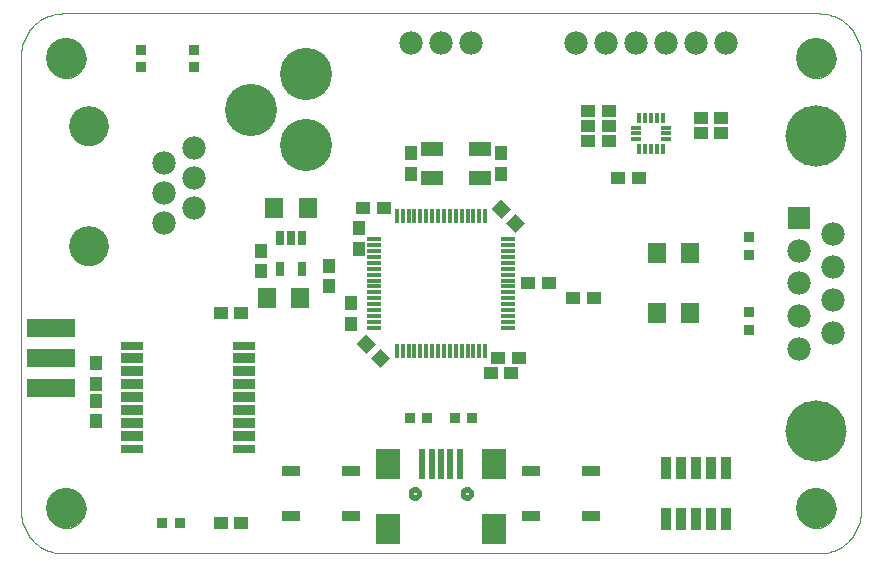
<source format=gts>
G75*
G70*
%OFA0B0*%
%FSLAX24Y24*%
%IPPOS*%
%LPD*%
%AMOC8*
5,1,8,0,0,1.08239X$1,22.5*
%
%ADD10C,0.0000*%
%ADD11R,0.0749X0.0355*%
%ADD12R,0.0749X0.0316*%
%ADD13R,0.0158X0.0512*%
%ADD14R,0.0512X0.0158*%
%ADD15R,0.0355X0.0158*%
%ADD16R,0.0158X0.0355*%
%ADD17R,0.0473X0.0434*%
%ADD18C,0.0780*%
%ADD19R,0.0591X0.0670*%
%ADD20R,0.0355X0.0355*%
%ADD21R,0.0257X0.0512*%
%ADD22R,0.0434X0.0473*%
%ADD23R,0.0640X0.0340*%
%ADD24R,0.1640X0.0640*%
%ADD25C,0.1340*%
%ADD26R,0.0780X0.0780*%
%ADD27C,0.2040*%
%ADD28R,0.0750X0.0510*%
%ADD29R,0.0330X0.0770*%
%ADD30C,0.1740*%
%ADD31C,0.1320*%
%ADD32C,0.0161*%
%ADD33R,0.0237X0.1024*%
%ADD34R,0.0827X0.1024*%
D10*
X002504Y000463D02*
X027676Y000463D01*
X027750Y000465D01*
X027824Y000471D01*
X027897Y000480D01*
X027970Y000494D01*
X028042Y000511D01*
X028113Y000532D01*
X028183Y000557D01*
X028251Y000585D01*
X028318Y000617D01*
X028383Y000652D01*
X028446Y000691D01*
X028507Y000733D01*
X028566Y000778D01*
X028622Y000826D01*
X028676Y000877D01*
X028727Y000931D01*
X028775Y000987D01*
X028820Y001046D01*
X028862Y001107D01*
X028901Y001170D01*
X028936Y001235D01*
X028968Y001302D01*
X028996Y001370D01*
X029021Y001440D01*
X029042Y001511D01*
X029059Y001583D01*
X029073Y001656D01*
X029082Y001729D01*
X029088Y001803D01*
X029090Y001877D01*
X029090Y017049D01*
X029088Y017123D01*
X029082Y017197D01*
X029073Y017270D01*
X029059Y017343D01*
X029042Y017415D01*
X029021Y017486D01*
X028996Y017556D01*
X028968Y017624D01*
X028936Y017691D01*
X028901Y017756D01*
X028862Y017819D01*
X028820Y017880D01*
X028775Y017939D01*
X028727Y017995D01*
X028676Y018049D01*
X028622Y018100D01*
X028566Y018148D01*
X028507Y018193D01*
X028446Y018235D01*
X028383Y018274D01*
X028318Y018309D01*
X028251Y018341D01*
X028183Y018369D01*
X028113Y018394D01*
X028042Y018415D01*
X027970Y018432D01*
X027897Y018446D01*
X027824Y018455D01*
X027750Y018461D01*
X027676Y018463D01*
X002504Y018463D01*
X002430Y018461D01*
X002356Y018455D01*
X002283Y018446D01*
X002210Y018432D01*
X002138Y018415D01*
X002067Y018394D01*
X001997Y018369D01*
X001929Y018341D01*
X001862Y018309D01*
X001797Y018274D01*
X001734Y018235D01*
X001673Y018193D01*
X001614Y018148D01*
X001558Y018100D01*
X001504Y018049D01*
X001453Y017995D01*
X001405Y017939D01*
X001360Y017880D01*
X001318Y017819D01*
X001279Y017756D01*
X001244Y017691D01*
X001212Y017624D01*
X001184Y017556D01*
X001159Y017486D01*
X001138Y017415D01*
X001121Y017343D01*
X001107Y017270D01*
X001098Y017197D01*
X001092Y017123D01*
X001090Y017049D01*
X001090Y001877D01*
X001092Y001803D01*
X001098Y001729D01*
X001107Y001656D01*
X001121Y001583D01*
X001138Y001511D01*
X001159Y001440D01*
X001184Y001370D01*
X001212Y001302D01*
X001244Y001235D01*
X001279Y001170D01*
X001318Y001107D01*
X001360Y001046D01*
X001405Y000987D01*
X001453Y000931D01*
X001504Y000877D01*
X001558Y000826D01*
X001614Y000778D01*
X001673Y000733D01*
X001734Y000691D01*
X001797Y000652D01*
X001862Y000617D01*
X001929Y000585D01*
X001997Y000557D01*
X002067Y000532D01*
X002138Y000511D01*
X002210Y000494D01*
X002283Y000480D01*
X002356Y000471D01*
X002430Y000465D01*
X002504Y000463D01*
X001940Y001963D02*
X001942Y002013D01*
X001948Y002063D01*
X001958Y002113D01*
X001971Y002161D01*
X001988Y002209D01*
X002009Y002255D01*
X002033Y002299D01*
X002061Y002341D01*
X002092Y002381D01*
X002126Y002418D01*
X002163Y002453D01*
X002202Y002484D01*
X002243Y002513D01*
X002287Y002538D01*
X002333Y002560D01*
X002380Y002578D01*
X002428Y002592D01*
X002477Y002603D01*
X002527Y002610D01*
X002577Y002613D01*
X002628Y002612D01*
X002678Y002607D01*
X002728Y002598D01*
X002776Y002586D01*
X002824Y002569D01*
X002870Y002549D01*
X002915Y002526D01*
X002958Y002499D01*
X002998Y002469D01*
X003036Y002436D01*
X003071Y002400D01*
X003104Y002361D01*
X003133Y002320D01*
X003159Y002277D01*
X003182Y002232D01*
X003201Y002185D01*
X003216Y002137D01*
X003228Y002088D01*
X003236Y002038D01*
X003240Y001988D01*
X003240Y001938D01*
X003236Y001888D01*
X003228Y001838D01*
X003216Y001789D01*
X003201Y001741D01*
X003182Y001694D01*
X003159Y001649D01*
X003133Y001606D01*
X003104Y001565D01*
X003071Y001526D01*
X003036Y001490D01*
X002998Y001457D01*
X002958Y001427D01*
X002915Y001400D01*
X002870Y001377D01*
X002824Y001357D01*
X002776Y001340D01*
X002728Y001328D01*
X002678Y001319D01*
X002628Y001314D01*
X002577Y001313D01*
X002527Y001316D01*
X002477Y001323D01*
X002428Y001334D01*
X002380Y001348D01*
X002333Y001366D01*
X002287Y001388D01*
X002243Y001413D01*
X002202Y001442D01*
X002163Y001473D01*
X002126Y001508D01*
X002092Y001545D01*
X002061Y001585D01*
X002033Y001627D01*
X002009Y001671D01*
X001988Y001717D01*
X001971Y001765D01*
X001958Y001813D01*
X001948Y001863D01*
X001942Y001913D01*
X001940Y001963D01*
X002700Y010713D02*
X002702Y010763D01*
X002708Y010813D01*
X002718Y010862D01*
X002731Y010911D01*
X002749Y010958D01*
X002770Y011004D01*
X002794Y011047D01*
X002822Y011089D01*
X002853Y011129D01*
X002887Y011166D01*
X002924Y011200D01*
X002964Y011231D01*
X003006Y011259D01*
X003049Y011283D01*
X003095Y011304D01*
X003142Y011322D01*
X003191Y011335D01*
X003240Y011345D01*
X003290Y011351D01*
X003340Y011353D01*
X003390Y011351D01*
X003440Y011345D01*
X003489Y011335D01*
X003538Y011322D01*
X003585Y011304D01*
X003631Y011283D01*
X003674Y011259D01*
X003716Y011231D01*
X003756Y011200D01*
X003793Y011166D01*
X003827Y011129D01*
X003858Y011089D01*
X003886Y011047D01*
X003910Y011004D01*
X003931Y010958D01*
X003949Y010911D01*
X003962Y010862D01*
X003972Y010813D01*
X003978Y010763D01*
X003980Y010713D01*
X003978Y010663D01*
X003972Y010613D01*
X003962Y010564D01*
X003949Y010515D01*
X003931Y010468D01*
X003910Y010422D01*
X003886Y010379D01*
X003858Y010337D01*
X003827Y010297D01*
X003793Y010260D01*
X003756Y010226D01*
X003716Y010195D01*
X003674Y010167D01*
X003631Y010143D01*
X003585Y010122D01*
X003538Y010104D01*
X003489Y010091D01*
X003440Y010081D01*
X003390Y010075D01*
X003340Y010073D01*
X003290Y010075D01*
X003240Y010081D01*
X003191Y010091D01*
X003142Y010104D01*
X003095Y010122D01*
X003049Y010143D01*
X003006Y010167D01*
X002964Y010195D01*
X002924Y010226D01*
X002887Y010260D01*
X002853Y010297D01*
X002822Y010337D01*
X002794Y010379D01*
X002770Y010422D01*
X002749Y010468D01*
X002731Y010515D01*
X002718Y010564D01*
X002708Y010613D01*
X002702Y010663D01*
X002700Y010713D01*
X002700Y014713D02*
X002702Y014763D01*
X002708Y014813D01*
X002718Y014862D01*
X002731Y014911D01*
X002749Y014958D01*
X002770Y015004D01*
X002794Y015047D01*
X002822Y015089D01*
X002853Y015129D01*
X002887Y015166D01*
X002924Y015200D01*
X002964Y015231D01*
X003006Y015259D01*
X003049Y015283D01*
X003095Y015304D01*
X003142Y015322D01*
X003191Y015335D01*
X003240Y015345D01*
X003290Y015351D01*
X003340Y015353D01*
X003390Y015351D01*
X003440Y015345D01*
X003489Y015335D01*
X003538Y015322D01*
X003585Y015304D01*
X003631Y015283D01*
X003674Y015259D01*
X003716Y015231D01*
X003756Y015200D01*
X003793Y015166D01*
X003827Y015129D01*
X003858Y015089D01*
X003886Y015047D01*
X003910Y015004D01*
X003931Y014958D01*
X003949Y014911D01*
X003962Y014862D01*
X003972Y014813D01*
X003978Y014763D01*
X003980Y014713D01*
X003978Y014663D01*
X003972Y014613D01*
X003962Y014564D01*
X003949Y014515D01*
X003931Y014468D01*
X003910Y014422D01*
X003886Y014379D01*
X003858Y014337D01*
X003827Y014297D01*
X003793Y014260D01*
X003756Y014226D01*
X003716Y014195D01*
X003674Y014167D01*
X003631Y014143D01*
X003585Y014122D01*
X003538Y014104D01*
X003489Y014091D01*
X003440Y014081D01*
X003390Y014075D01*
X003340Y014073D01*
X003290Y014075D01*
X003240Y014081D01*
X003191Y014091D01*
X003142Y014104D01*
X003095Y014122D01*
X003049Y014143D01*
X003006Y014167D01*
X002964Y014195D01*
X002924Y014226D01*
X002887Y014260D01*
X002853Y014297D01*
X002822Y014337D01*
X002794Y014379D01*
X002770Y014422D01*
X002749Y014468D01*
X002731Y014515D01*
X002718Y014564D01*
X002708Y014613D01*
X002702Y014663D01*
X002700Y014713D01*
X001940Y016963D02*
X001942Y017013D01*
X001948Y017063D01*
X001958Y017113D01*
X001971Y017161D01*
X001988Y017209D01*
X002009Y017255D01*
X002033Y017299D01*
X002061Y017341D01*
X002092Y017381D01*
X002126Y017418D01*
X002163Y017453D01*
X002202Y017484D01*
X002243Y017513D01*
X002287Y017538D01*
X002333Y017560D01*
X002380Y017578D01*
X002428Y017592D01*
X002477Y017603D01*
X002527Y017610D01*
X002577Y017613D01*
X002628Y017612D01*
X002678Y017607D01*
X002728Y017598D01*
X002776Y017586D01*
X002824Y017569D01*
X002870Y017549D01*
X002915Y017526D01*
X002958Y017499D01*
X002998Y017469D01*
X003036Y017436D01*
X003071Y017400D01*
X003104Y017361D01*
X003133Y017320D01*
X003159Y017277D01*
X003182Y017232D01*
X003201Y017185D01*
X003216Y017137D01*
X003228Y017088D01*
X003236Y017038D01*
X003240Y016988D01*
X003240Y016938D01*
X003236Y016888D01*
X003228Y016838D01*
X003216Y016789D01*
X003201Y016741D01*
X003182Y016694D01*
X003159Y016649D01*
X003133Y016606D01*
X003104Y016565D01*
X003071Y016526D01*
X003036Y016490D01*
X002998Y016457D01*
X002958Y016427D01*
X002915Y016400D01*
X002870Y016377D01*
X002824Y016357D01*
X002776Y016340D01*
X002728Y016328D01*
X002678Y016319D01*
X002628Y016314D01*
X002577Y016313D01*
X002527Y016316D01*
X002477Y016323D01*
X002428Y016334D01*
X002380Y016348D01*
X002333Y016366D01*
X002287Y016388D01*
X002243Y016413D01*
X002202Y016442D01*
X002163Y016473D01*
X002126Y016508D01*
X002092Y016545D01*
X002061Y016585D01*
X002033Y016627D01*
X002009Y016671D01*
X001988Y016717D01*
X001971Y016765D01*
X001958Y016813D01*
X001948Y016863D01*
X001942Y016913D01*
X001940Y016963D01*
X026940Y016963D02*
X026942Y017013D01*
X026948Y017063D01*
X026958Y017113D01*
X026971Y017161D01*
X026988Y017209D01*
X027009Y017255D01*
X027033Y017299D01*
X027061Y017341D01*
X027092Y017381D01*
X027126Y017418D01*
X027163Y017453D01*
X027202Y017484D01*
X027243Y017513D01*
X027287Y017538D01*
X027333Y017560D01*
X027380Y017578D01*
X027428Y017592D01*
X027477Y017603D01*
X027527Y017610D01*
X027577Y017613D01*
X027628Y017612D01*
X027678Y017607D01*
X027728Y017598D01*
X027776Y017586D01*
X027824Y017569D01*
X027870Y017549D01*
X027915Y017526D01*
X027958Y017499D01*
X027998Y017469D01*
X028036Y017436D01*
X028071Y017400D01*
X028104Y017361D01*
X028133Y017320D01*
X028159Y017277D01*
X028182Y017232D01*
X028201Y017185D01*
X028216Y017137D01*
X028228Y017088D01*
X028236Y017038D01*
X028240Y016988D01*
X028240Y016938D01*
X028236Y016888D01*
X028228Y016838D01*
X028216Y016789D01*
X028201Y016741D01*
X028182Y016694D01*
X028159Y016649D01*
X028133Y016606D01*
X028104Y016565D01*
X028071Y016526D01*
X028036Y016490D01*
X027998Y016457D01*
X027958Y016427D01*
X027915Y016400D01*
X027870Y016377D01*
X027824Y016357D01*
X027776Y016340D01*
X027728Y016328D01*
X027678Y016319D01*
X027628Y016314D01*
X027577Y016313D01*
X027527Y016316D01*
X027477Y016323D01*
X027428Y016334D01*
X027380Y016348D01*
X027333Y016366D01*
X027287Y016388D01*
X027243Y016413D01*
X027202Y016442D01*
X027163Y016473D01*
X027126Y016508D01*
X027092Y016545D01*
X027061Y016585D01*
X027033Y016627D01*
X027009Y016671D01*
X026988Y016717D01*
X026971Y016765D01*
X026958Y016813D01*
X026948Y016863D01*
X026942Y016913D01*
X026940Y016963D01*
X026940Y001963D02*
X026942Y002013D01*
X026948Y002063D01*
X026958Y002113D01*
X026971Y002161D01*
X026988Y002209D01*
X027009Y002255D01*
X027033Y002299D01*
X027061Y002341D01*
X027092Y002381D01*
X027126Y002418D01*
X027163Y002453D01*
X027202Y002484D01*
X027243Y002513D01*
X027287Y002538D01*
X027333Y002560D01*
X027380Y002578D01*
X027428Y002592D01*
X027477Y002603D01*
X027527Y002610D01*
X027577Y002613D01*
X027628Y002612D01*
X027678Y002607D01*
X027728Y002598D01*
X027776Y002586D01*
X027824Y002569D01*
X027870Y002549D01*
X027915Y002526D01*
X027958Y002499D01*
X027998Y002469D01*
X028036Y002436D01*
X028071Y002400D01*
X028104Y002361D01*
X028133Y002320D01*
X028159Y002277D01*
X028182Y002232D01*
X028201Y002185D01*
X028216Y002137D01*
X028228Y002088D01*
X028236Y002038D01*
X028240Y001988D01*
X028240Y001938D01*
X028236Y001888D01*
X028228Y001838D01*
X028216Y001789D01*
X028201Y001741D01*
X028182Y001694D01*
X028159Y001649D01*
X028133Y001606D01*
X028104Y001565D01*
X028071Y001526D01*
X028036Y001490D01*
X027998Y001457D01*
X027958Y001427D01*
X027915Y001400D01*
X027870Y001377D01*
X027824Y001357D01*
X027776Y001340D01*
X027728Y001328D01*
X027678Y001319D01*
X027628Y001314D01*
X027577Y001313D01*
X027527Y001316D01*
X027477Y001323D01*
X027428Y001334D01*
X027380Y001348D01*
X027333Y001366D01*
X027287Y001388D01*
X027243Y001413D01*
X027202Y001442D01*
X027163Y001473D01*
X027126Y001508D01*
X027092Y001545D01*
X027061Y001585D01*
X027033Y001627D01*
X027009Y001671D01*
X026988Y001717D01*
X026971Y001765D01*
X026958Y001813D01*
X026948Y001863D01*
X026942Y001913D01*
X026940Y001963D01*
D11*
X008539Y004369D03*
X008539Y004802D03*
X008539Y005235D03*
X008539Y005668D03*
X008539Y006101D03*
X008539Y006534D03*
X008539Y006967D03*
X004799Y006967D03*
X004799Y006534D03*
X004799Y006101D03*
X004799Y005668D03*
X004799Y005235D03*
X004799Y004802D03*
X004799Y004369D03*
D12*
X004799Y003956D03*
X008539Y003956D03*
X008539Y007381D03*
X004799Y007381D03*
D13*
X013614Y007219D03*
X013810Y007219D03*
X014007Y007219D03*
X014204Y007219D03*
X014401Y007219D03*
X014598Y007219D03*
X014795Y007219D03*
X014992Y007219D03*
X015188Y007219D03*
X015385Y007219D03*
X015582Y007219D03*
X015779Y007219D03*
X015976Y007219D03*
X016173Y007219D03*
X016370Y007219D03*
X016566Y007219D03*
X016566Y011707D03*
X016370Y011707D03*
X016173Y011707D03*
X015976Y011707D03*
X015779Y011707D03*
X015582Y011707D03*
X015385Y011707D03*
X015188Y011707D03*
X014992Y011707D03*
X014795Y011707D03*
X014598Y011707D03*
X014401Y011707D03*
X014204Y011707D03*
X014007Y011707D03*
X013810Y011707D03*
X013614Y011707D03*
D14*
X012846Y010939D03*
X012846Y010742D03*
X012846Y010546D03*
X012846Y010349D03*
X012846Y010152D03*
X012846Y009955D03*
X012846Y009758D03*
X012846Y009561D03*
X012846Y009364D03*
X012846Y009168D03*
X012846Y008971D03*
X012846Y008774D03*
X012846Y008577D03*
X012846Y008380D03*
X012846Y008183D03*
X012846Y007986D03*
X017334Y007986D03*
X017334Y008183D03*
X017334Y008380D03*
X017334Y008577D03*
X017334Y008774D03*
X017334Y008971D03*
X017334Y009168D03*
X017334Y009364D03*
X017334Y009561D03*
X017334Y009758D03*
X017334Y009955D03*
X017334Y010152D03*
X017334Y010349D03*
X017334Y010546D03*
X017334Y010742D03*
X017334Y010939D03*
D15*
X021588Y014266D03*
X021588Y014463D03*
X021588Y014660D03*
X022592Y014660D03*
X022592Y014463D03*
X022592Y014266D03*
D16*
X022484Y013961D03*
X022287Y013961D03*
X022090Y013961D03*
X021893Y013961D03*
X021696Y013961D03*
X021696Y014965D03*
X021893Y014965D03*
X022090Y014965D03*
X022287Y014965D03*
X022484Y014965D03*
D17*
X023755Y014963D03*
X023755Y014463D03*
X024425Y014463D03*
X024425Y014963D03*
X021675Y012963D03*
X021005Y012963D03*
X020675Y014213D03*
X020675Y014713D03*
X020005Y014713D03*
X020005Y014213D03*
X020005Y015213D03*
X020675Y015213D03*
G36*
X017116Y011629D02*
X016783Y011962D01*
X017090Y012269D01*
X017423Y011936D01*
X017116Y011629D01*
G37*
G36*
X017590Y011156D02*
X017257Y011489D01*
X017564Y011796D01*
X017897Y011463D01*
X017590Y011156D01*
G37*
X018005Y009463D03*
X018675Y009463D03*
X019505Y008963D03*
X020175Y008963D03*
X017675Y006963D03*
X017425Y006463D03*
X017005Y006963D03*
X016755Y006463D03*
G36*
X013064Y007296D02*
X013397Y006963D01*
X013090Y006656D01*
X012757Y006989D01*
X013064Y007296D01*
G37*
G36*
X012590Y007769D02*
X012923Y007436D01*
X012616Y007129D01*
X012283Y007462D01*
X012590Y007769D01*
G37*
X008425Y008463D03*
X007755Y008463D03*
X012505Y011963D03*
X013175Y011963D03*
X008425Y001463D03*
X007755Y001463D03*
D18*
X005840Y011463D03*
X006840Y011963D03*
X005840Y012463D03*
X006840Y012963D03*
X005840Y013463D03*
X006840Y013963D03*
X014090Y017463D03*
X015090Y017463D03*
X016090Y017463D03*
X019590Y017463D03*
X020590Y017463D03*
X021590Y017463D03*
X022590Y017463D03*
X023590Y017463D03*
X024590Y017463D03*
X028149Y011097D03*
X027031Y010553D03*
X028149Y010006D03*
X027031Y009463D03*
X028149Y008920D03*
X027031Y008372D03*
X028149Y007829D03*
X027031Y007282D03*
D19*
X023391Y008463D03*
X022289Y008463D03*
X022289Y010463D03*
X023391Y010463D03*
X010641Y011963D03*
X009539Y011963D03*
X009289Y008963D03*
X010391Y008963D03*
D20*
X014045Y004963D03*
X014635Y004963D03*
X015545Y004963D03*
X016135Y004963D03*
X025340Y007918D03*
X025340Y008508D03*
X025340Y010418D03*
X025340Y011008D03*
X006840Y016668D03*
X006840Y017258D03*
X005090Y017258D03*
X005090Y016668D03*
X005795Y001463D03*
X006385Y001463D03*
D21*
X009716Y009951D03*
X010464Y009951D03*
X010464Y010975D03*
X010090Y010975D03*
X009716Y010975D03*
D22*
X009090Y010547D03*
X009090Y009878D03*
X011340Y010047D03*
X012340Y010628D03*
X012340Y011297D03*
X014090Y013128D03*
X014090Y013797D03*
X017090Y013797D03*
X017090Y013128D03*
X011340Y009378D03*
X012090Y008797D03*
X012090Y008128D03*
X003590Y006797D03*
X003590Y006128D03*
X003590Y005547D03*
X003590Y004878D03*
D23*
X010090Y003213D03*
X012090Y003213D03*
X012090Y001713D03*
X010090Y001713D03*
X018090Y001713D03*
X020090Y001713D03*
X020090Y003213D03*
X018090Y003213D03*
D24*
X002090Y005963D03*
X002090Y006963D03*
X002090Y007963D03*
D25*
X002590Y001963D03*
X027590Y001963D03*
X027590Y016963D03*
X002590Y016963D03*
D26*
X027031Y011644D03*
D27*
X027590Y014384D03*
X027590Y004542D03*
D28*
X016390Y012993D03*
X016390Y013933D03*
X014790Y013933D03*
X014790Y012993D03*
D29*
X022590Y003298D03*
X023090Y003298D03*
X023590Y003298D03*
X024090Y003298D03*
X024590Y003298D03*
X024590Y001628D03*
X024090Y001628D03*
X023590Y001628D03*
X023090Y001628D03*
X022590Y001628D03*
D30*
X010590Y014069D03*
X008740Y015250D03*
X010590Y016431D03*
D31*
X003340Y014713D03*
X003340Y010713D03*
D32*
X014086Y002463D02*
X014088Y002486D01*
X014094Y002509D01*
X014104Y002530D01*
X014117Y002550D01*
X014133Y002567D01*
X014152Y002581D01*
X014173Y002591D01*
X014195Y002598D01*
X014218Y002601D01*
X014242Y002600D01*
X014264Y002595D01*
X014286Y002586D01*
X014306Y002574D01*
X014324Y002558D01*
X014338Y002540D01*
X014350Y002520D01*
X014358Y002498D01*
X014362Y002475D01*
X014362Y002451D01*
X014358Y002428D01*
X014350Y002406D01*
X014338Y002386D01*
X014324Y002368D01*
X014306Y002352D01*
X014286Y002340D01*
X014264Y002331D01*
X014242Y002326D01*
X014218Y002325D01*
X014195Y002328D01*
X014173Y002335D01*
X014152Y002345D01*
X014133Y002359D01*
X014117Y002376D01*
X014104Y002396D01*
X014094Y002417D01*
X014088Y002440D01*
X014086Y002463D01*
X015818Y002463D02*
X015820Y002486D01*
X015826Y002509D01*
X015836Y002530D01*
X015849Y002550D01*
X015865Y002567D01*
X015884Y002581D01*
X015905Y002591D01*
X015927Y002598D01*
X015950Y002601D01*
X015974Y002600D01*
X015996Y002595D01*
X016018Y002586D01*
X016038Y002574D01*
X016056Y002558D01*
X016070Y002540D01*
X016082Y002520D01*
X016090Y002498D01*
X016094Y002475D01*
X016094Y002451D01*
X016090Y002428D01*
X016082Y002406D01*
X016070Y002386D01*
X016056Y002368D01*
X016038Y002352D01*
X016018Y002340D01*
X015996Y002331D01*
X015974Y002326D01*
X015950Y002325D01*
X015927Y002328D01*
X015905Y002335D01*
X015884Y002345D01*
X015865Y002359D01*
X015849Y002376D01*
X015836Y002396D01*
X015826Y002417D01*
X015820Y002440D01*
X015818Y002463D01*
D33*
X015720Y003447D03*
X015405Y003447D03*
X015090Y003447D03*
X014775Y003447D03*
X014460Y003447D03*
D34*
X013318Y003447D03*
X016862Y003447D03*
X016862Y001282D03*
X013318Y001282D03*
M02*

</source>
